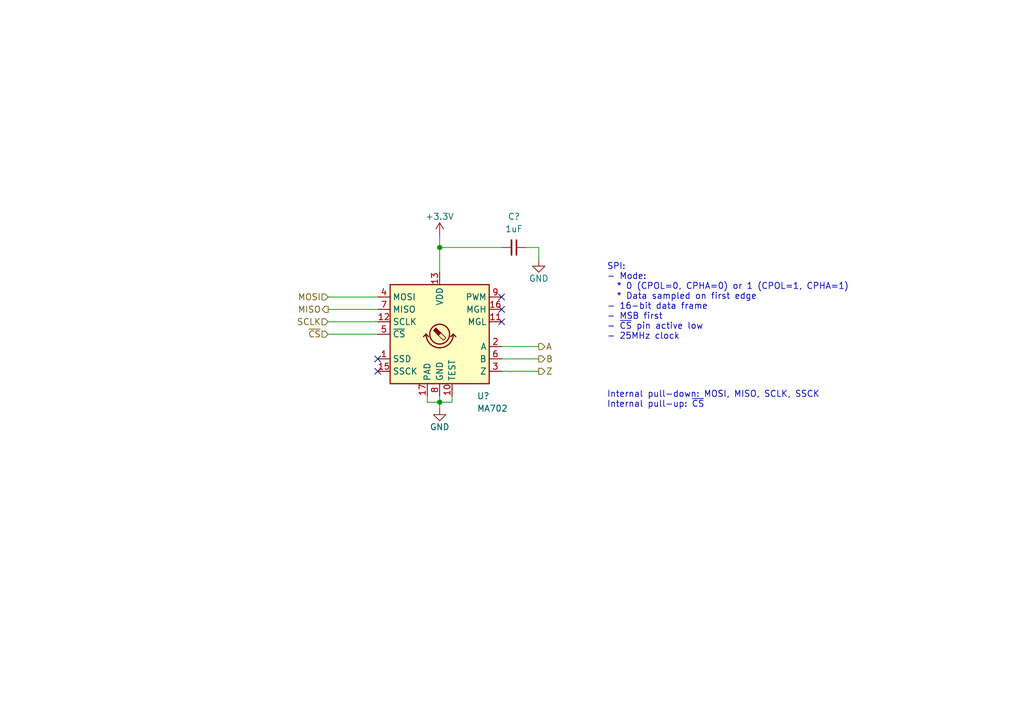
<source format=kicad_sch>
(kicad_sch (version 20231120) (generator "eeschema") (generator_version "8.0")
  (paper "A5")
  (lib_symbols
    (symbol "Device:C_Small" (pin_numbers hide) (pin_names (offset 0.254) hide)
      (property "Reference" "C" (at 0.254 1.778 0))
      (property "Value" "C_Small" (at 0.254 -2.032 0))
      (symbol "C_Small_0_1"
        (polyline (pts (xy -1.524 -0.508) (xy 1.524 -0.508)) (stroke (width 0.3302)))
        (polyline (pts (xy -1.524 0.508) (xy 1.524 0.508)) (stroke (width 0.3048)))
      )
      (symbol "C_Small_1_1"
        (pin passive line (at 0 2.54 270) (length 2.032) (name "~") (number "1"))
        (pin passive line (at 0 -2.54 90) (length 2.032) (name "~") (number "2"))
      )
    )
    (symbol "Sensor_Magnetic:MA730"
      (property "Reference" "U" (at -10.16 11.43 0))
      (property "Value" "MA730" (at 10.16 11.43 0))
      (symbol "MA730_0_1"
        (rectangle (start -10.16 10.16) (end 10.16 -10.16) (stroke (width 0.254)) (fill (type background)))
        (arc (start -2.794 0) (mid 0 -2.7819) (end 2.794 0) (stroke (width 0.254)))
        (polyline (pts (xy -2.794 0) (xy -3.302 -0.508)) (stroke (width 0.254)))
        (polyline (pts (xy -2.794 0) (xy -2.286 -0.508)) (stroke (width 0.254)))
        (polyline (pts (xy 2.794 0) (xy 2.286 -0.508)) (stroke (width 0.254)))
        (polyline (pts (xy 2.794 0) (xy 3.302 -0.508)) (stroke (width 0.254)))
      )
      (symbol "MA730_1_1"
        (polyline (pts (xy 0.254 0.254) (xy 1.27 -0.762) (xy 0.762 -1.27) (xy -0.254 -0.254)))
        (polyline (pts (xy -0.762 1.27) (xy 0.254 0.254) (xy -0.254 -0.254) (xy -1.27 0.762) (xy -1.016 1.016) (xy -0.762 1.27) (xy -0.635 1.143)) (fill (type outline)))
        (circle (center 0 0) (radius 2.032) (stroke (width 0.254)))
        (pin output line (at -12.7 -5.08 0) (length 2.54) (name "SSD") (number "1"))
        (pin passive line (at 2.54 -12.7 90) (length 2.54) (name "TEST") (number "10"))
        (pin output line (at 12.7 2.54 180) (length 2.54) (name "MGL") (number "11"))
        (pin input line (at -12.7 2.54 0) (length 2.54) (name "SCLK") (number "12"))
        (pin power_in line (at 0 12.7 270) (length 2.54) (name "VDD") (number "13"))
        (pin no_connect line (at 5.08 -10.16 90) (length 2.54) hide (name "NC") (number "14"))
        (pin input line (at -12.7 -7.62 0) (length 2.54) (name "SSCK") (number "15"))
        (pin output line (at 12.7 5.08 180) (length 2.54) (name "MGH") (number "16"))
        (pin input line (at -2.54 -12.7 90) (length 2.54) (name "PAD") (number "17"))
        (pin output line (at 12.7 -2.54 180) (length 2.54) (name "A") (number "2"))
        (pin output line (at 12.7 -7.62 180) (length 2.54) (name "Z") (number "3"))
        (pin input line (at -12.7 7.62 0) (length 2.54) (name "MOSI") (number "4"))
        (pin input line (at -12.7 0 0) (length 2.54) (name "~{CS}") (number "5"))
        (pin output line (at 12.7 -5.08 180) (length 2.54) (name "B") (number "6"))
        (pin output line (at -12.7 5.08 0) (length 2.54) (name "MISO") (number "7"))
        (pin power_in line (at 0 -12.7 90) (length 2.54) (name "GND") (number "8"))
        (pin output line (at 12.7 7.62 180) (length 2.54) (name "PWM") (number "9"))
      )
    )
    (symbol "power:+3.3V" (power) (pin_names (offset 0))
      (property "Value" "+3.3V" (at 0 3.556 0))
      (symbol "+3.3V_0_1"
        (polyline (pts (xy -0.762 1.27) (xy 0 2.54)))
        (polyline (pts (xy 0 0) (xy 0 2.54)))
        (polyline (pts (xy 0 2.54) (xy 0.762 1.27)))
      )
      (symbol "+3.3V_1_1"
        (pin power_in line (at 0 0 90) (length 0) hide (name "+3.3V") (number "1"))
      )
    )
    (symbol "power:GND" (power) (pin_names (offset 0))
      (property "Value" "GND" (at 0 -3.81 0))
      (symbol "GND_0_1"
        (polyline (pts (xy 0 0) (xy 0 -1.27) (xy 1.27 -1.27) (xy 0 -2.54) (xy -1.27 -1.27) (xy 0 -1.27)))
      )
      (symbol "GND_1_1"
        (pin power_in line (at 0 0 270) (length 0) hide (name "GND") (number "1"))
      )
    )
  )
  (junction (at 90.17 50.8))
  (junction (at 90.17 82.55))
  (no_connect (at 102.87 63.5))
  (no_connect (at 77.47 73.66))
  (no_connect (at 102.87 66.04))
  (no_connect (at 77.47 76.2))
  (no_connect (at 102.87 60.96))
  (wire (pts (xy 92.71 81.28) (xy 92.71 82.55)))
  (wire (pts (xy 110.49 53.34) (xy 110.49 50.8)))
  (wire (pts (xy 67.31 68.58) (xy 77.47 68.58)))
  (wire (pts (xy 92.71 82.55) (xy 90.17 82.55)))
  (wire (pts (xy 67.31 66.04) (xy 77.47 66.04)))
  (wire (pts (xy 102.87 73.66) (xy 110.49 73.66)))
  (wire (pts (xy 110.49 71.12) (xy 102.87 71.12)))
  (wire (pts (xy 102.87 76.2) (xy 110.49 76.2)))
  (wire (pts (xy 90.17 82.55) (xy 90.17 83.82)))
  (wire (pts (xy 90.17 50.8) (xy 102.87 50.8)))
  (wire (pts (xy 110.49 50.8) (xy 107.95 50.8)))
  (wire (pts (xy 67.31 60.96) (xy 77.47 60.96)))
  (wire (pts (xy 90.17 81.28) (xy 90.17 82.55)))
  (wire (pts (xy 67.31 63.5) (xy 77.47 63.5)))
  (wire (pts (xy 90.17 50.8) (xy 90.17 55.88)))
  (wire (pts (xy 87.63 82.55) (xy 90.17 82.55)))
  (wire (pts (xy 90.17 48.26) (xy 90.17 50.8)))
  (wire (pts (xy 87.63 81.28) (xy 87.63 82.55)))
  (text "Internal pull-down: MOSI, MISO, SCLK, SSCK\nInternal pull-up: ~{CS}" (at 124.46 83.82 0) (effects (font (size 1.27 1.27)) (justify left bottom)))
  (text "SPI:\n- Mode:\n  * 0 (CPOL=0, CPHA=0) or 1 (CPOL=1, CPHA=1)\n  * Data sampled on first edge\n- 16-bit data frame\n- MSB first\n- ~{CS} pin active low\n- 25MHz clock" (at 124.46 69.85 0) (effects (font (size 1.27 1.27)) (justify left bottom)))
  (hierarchical_label "SCLK" (shape input) (at 67.31 66.04 180))
  (hierarchical_label "~{CS}" (shape input) (at 67.31 68.58 180))
  (hierarchical_label "Z" (shape output) (at 110.49 76.2 0))
  (hierarchical_label "MISO" (shape output) (at 67.31 63.5 180))
  (hierarchical_label "A" (shape output) (at 110.49 71.12 0))
  (hierarchical_label "MOSI" (shape input) (at 67.31 60.96 180))
  (hierarchical_label "B" (shape output) (at 110.49 73.66 0))
  (symbol (lib_id "power:GND") (at 90.17 83.82 0) (unit 1)
    (property "Reference" "#PWR?" (effects (hide yes)))
    (property "Value" "GND" (at 90.17 87.63 0))
    (instances (project "moco-rd321" (path "" (reference "#PWR?") (unit 1))) (project "moco-sp1" (path "" (reference "#PWR054") (unit 1))))
  )
  (symbol (lib_id "Device:C_Small") (at 105.41 50.8 270) (mirror x) (unit 1)
    (property "Reference" "C?" (at 105.41 44.45 90))
    (property "Value" "1uF" (at 105.41 46.99 90))
    (property "Footprint" "Capacitor_SMD:C_0603_1608Metric_Pad1.08x0.95mm_HandSolder" (effects (hide yes)))
    (property "LCSC" "C15849" (effects (hide yes)))
    (property "MFR. Part#" "CL10A105KB8NNNC" (effects (hide yes)))
    (instances (project "moco-rd321" (path "" (reference "C?") (unit 1)) (path "" (reference "C?") (unit 1)) (path "" (reference "C?") (unit 1))) (project "moco-sp1" (path "" (reference "C46") (unit 1))))
  )
  (symbol (lib_id "Sensor_Magnetic:MA730") (at 90.17 68.58 0) (unit 1)
    (property "Reference" "U?" (at 97.79 81.28 0) (effects (justify left)))
    (property "Value" "MA702" (at 97.79 83.82 0) (effects (justify left)))
    (property "Footprint" "Package_DFN_QFN:QFN-16-1EP_3x3mm_P0.5mm_EP1.75x1.75mm" (effects (hide yes)))
    (property "Datasheet" "https://www.monolithicpower.com/pub/media/document/m/a/ma730_r1.01.pdf" (effects (hide yes)))
    (property "MFR. Part#" "MA702GQ-Z " (effects (hide yes)))
    (property "Alt." "MA730" (effects (hide yes)))
    (instances (project "moco-rd321" (path "" (reference "U?") (unit 1)) (path "" (reference "U?") (unit 1))) (project "moco-sp1" (path "" (reference "U3") (unit 1))))
  )
  (symbol (lib_id "power:GND") (at 110.49 53.34 0) (unit 1)
    (property "Reference" "#PWR?" (effects (hide yes)))
    (property "Value" "GND" (at 110.49 57.15 0))
    (instances (project "moco-rd321" (path "" (reference "#PWR?") (unit 1))) (project "moco-sp1" (path "" (reference "#PWR053") (unit 1))))
  )
  (symbol (lib_id "power:+3.3V") (at 90.17 48.26 0) (unit 1)
    (property "Reference" "#PWR?" (effects (hide yes)))
    (property "Value" "+3.3V" (at 90.17 44.45 0))
    (instances (project "moco-rd321" (path "" (reference "#PWR?") (unit 1))) (project "moco-sp1" (path "" (reference "#PWR052") (unit 1))))
  )
)
</source>
